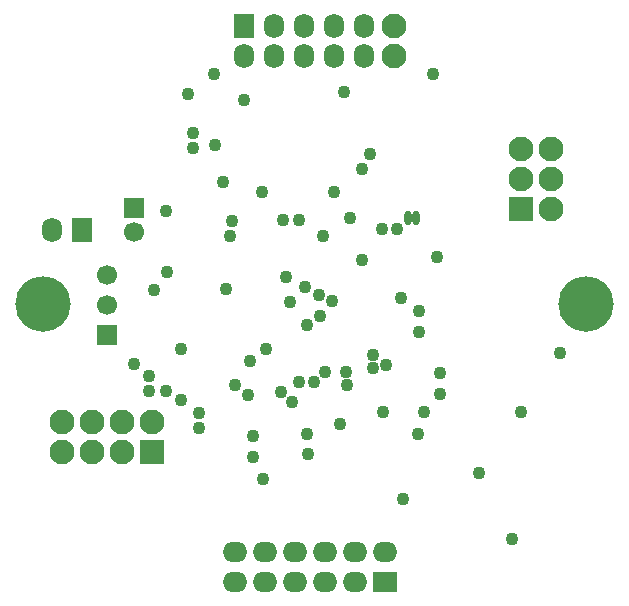
<source format=gts>
%FSLAX42Y42*%
%MOMM*%
G71*
G01*
G75*
G04 Layer_Color=8388736*
%ADD10C,0.25*%
%ADD11C,0.30*%
%ADD12C,0.40*%
%ADD13C,0.50*%
%ADD14C,0.70*%
%ADD15O,0.40X1.00*%
%ADD16O,1.90X1.50*%
%ADD17R,1.90X1.50*%
%ADD18C,1.90*%
%ADD19O,1.50X1.90*%
%ADD20R,1.50X1.90*%
%ADD21C,1.50*%
%ADD22R,1.50X1.50*%
%ADD23R,1.90X1.90*%
%ADD24R,1.90X1.90*%
%ADD25C,4.50*%
%ADD26C,0.90*%
%ADD27R,2.00X5.50*%
%ADD28R,0.60X0.75*%
%ADD29R,0.75X0.60*%
%ADD30R,1.75X1.05*%
%ADD31R,1.75X1.05*%
%ADD32R,1.75X3.40*%
%ADD33O,0.25X1.55*%
%ADD34O,1.55X0.25*%
%ADD35R,1.10X1.00*%
%ADD36R,1.00X1.10*%
%ADD37R,1.50X1.30*%
%ADD38C,1.00*%
%ADD39C,1.30*%
%ADD40C,1.00*%
%ADD41O,0.60X1.20*%
%ADD42O,2.10X1.70*%
%ADD43R,2.10X1.70*%
%ADD44C,2.10*%
%ADD45O,1.70X2.10*%
%ADD46R,1.70X2.10*%
%ADD47C,1.70*%
%ADD48R,1.70X1.70*%
%ADD49R,2.10X2.10*%
%ADD50R,2.10X2.10*%
%ADD51C,4.70*%
%ADD52C,1.10*%
D41*
X791Y724D02*
D03*
X860D02*
D03*
D42*
X-670Y-2096D02*
D03*
X-416D02*
D03*
X-162D02*
D03*
X92D02*
D03*
X346D02*
D03*
X600D02*
D03*
X-670Y-2350D02*
D03*
X-416D02*
D03*
X-162D02*
D03*
X92D02*
D03*
X346D02*
D03*
D43*
X600D02*
D03*
D44*
X670Y2096D02*
D03*
Y2350D02*
D03*
X-2134Y-1003D02*
D03*
X-1880D02*
D03*
X-1626D02*
D03*
X-1372D02*
D03*
X-2134Y-1257D02*
D03*
X-1880D02*
D03*
X-1626D02*
D03*
X2004Y1308D02*
D03*
Y1054D02*
D03*
Y800D02*
D03*
X1750Y1308D02*
D03*
Y1054D02*
D03*
D45*
X416Y2096D02*
D03*
X162D02*
D03*
X-92D02*
D03*
X-346D02*
D03*
X-600D02*
D03*
X416Y2350D02*
D03*
X162D02*
D03*
X-92D02*
D03*
X-346D02*
D03*
X-2223Y622D02*
D03*
D46*
X-600Y2350D02*
D03*
X-1968Y622D02*
D03*
D47*
X-1753Y241D02*
D03*
Y-13D02*
D03*
X-1524Y611D02*
D03*
D48*
X-1753Y-267D02*
D03*
X-1524Y811D02*
D03*
D49*
X-1372Y-1257D02*
D03*
D50*
X1750Y800D02*
D03*
D51*
X-2300Y0D02*
D03*
X2300D02*
D03*
D52*
X-63Y-1105D02*
D03*
X-851Y1943D02*
D03*
X-1067Y1778D02*
D03*
X470Y1270D02*
D03*
X699Y635D02*
D03*
X584Y-914D02*
D03*
X495Y-546D02*
D03*
X279Y-686D02*
D03*
X267Y-572D02*
D03*
X216Y-1016D02*
D03*
X-190Y-826D02*
D03*
X89Y-572D02*
D03*
X1397Y-1435D02*
D03*
X0Y-660D02*
D03*
X-127D02*
D03*
X-699Y699D02*
D03*
X-1029Y1321D02*
D03*
Y1448D02*
D03*
X-1397Y-737D02*
D03*
Y-610D02*
D03*
X-546Y-483D02*
D03*
X-1257Y787D02*
D03*
X165Y952D02*
D03*
X-445D02*
D03*
X-1359Y114D02*
D03*
X-127Y711D02*
D03*
X-267D02*
D03*
X305Y724D02*
D03*
X572Y635D02*
D03*
X-711Y572D02*
D03*
X76D02*
D03*
X-1130Y-381D02*
D03*
Y-813D02*
D03*
X-1257Y-737D02*
D03*
X152Y25D02*
D03*
X-203Y13D02*
D03*
X38Y76D02*
D03*
X-76Y140D02*
D03*
X927Y-914D02*
D03*
X876Y-1105D02*
D03*
X-63Y-178D02*
D03*
X51Y-102D02*
D03*
X-978Y-927D02*
D03*
Y-1054D02*
D03*
X-559Y-775D02*
D03*
X-673Y-686D02*
D03*
X-521Y-1295D02*
D03*
X-432Y-1486D02*
D03*
X495Y-432D02*
D03*
X406Y368D02*
D03*
X1067Y-762D02*
D03*
Y-584D02*
D03*
X-279Y-749D02*
D03*
X-51Y-1270D02*
D03*
X-406Y-381D02*
D03*
X1041Y394D02*
D03*
X737Y54D02*
D03*
X610Y-521D02*
D03*
X889Y-241D02*
D03*
Y-63D02*
D03*
X-749Y127D02*
D03*
X-1245Y267D02*
D03*
X749Y-1651D02*
D03*
X-521Y-1118D02*
D03*
X1676Y-1994D02*
D03*
X-241Y229D02*
D03*
X1003Y1943D02*
D03*
X-597Y1727D02*
D03*
X-838Y1346D02*
D03*
X254Y1791D02*
D03*
X406Y1143D02*
D03*
X2083Y-419D02*
D03*
X-775Y1029D02*
D03*
X1753Y-914D02*
D03*
X-1524Y-508D02*
D03*
M02*

</source>
